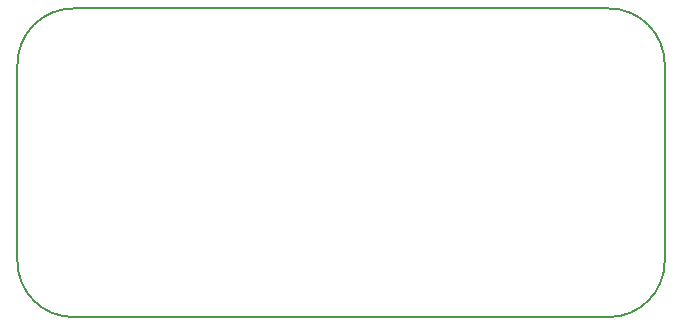
<source format=gko>
G04 Layer_Color=16711935*
%FSLAX25Y25*%
%MOIN*%
G70*
G01*
G75*
%ADD31C,0.00787*%
D31*
X0Y88195D02*
G03*
X-18608Y69587I0J-18608D01*
G01*
X197146D02*
G03*
X178537Y88195I-18608J0D01*
G01*
Y-14671D02*
G03*
X197146Y3937I0J18608D01*
G01*
X-18608D02*
G03*
X0Y-14671I18608J0D01*
G01*
X-18608Y3937D02*
Y69587D01*
X0Y88195D02*
X178537D01*
X197146Y3937D02*
Y69587D01*
X0Y-14671D02*
X178537D01*
M02*

</source>
